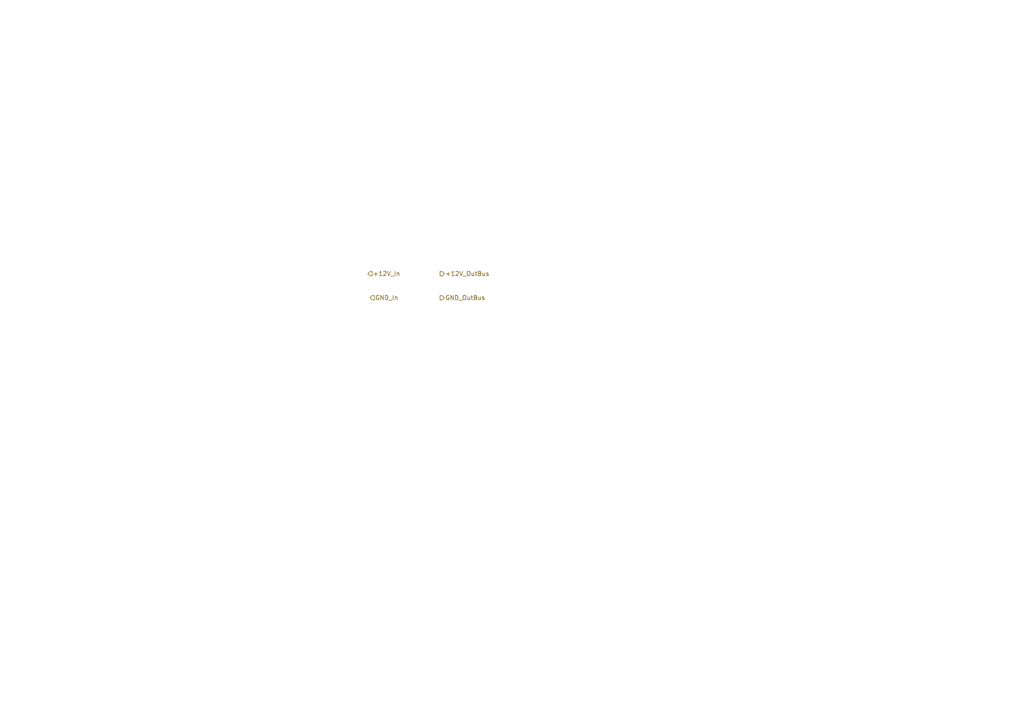
<source format=kicad_sch>
(kicad_sch
	(version 20250114)
	(generator "eeschema")
	(generator_version "9.0")
	(uuid "a7ffcdb5-11e3-44dd-8e79-9d6f396a13d9")
	(paper "A4")
	(lib_symbols)
	(hierarchical_label "+12V_OutBus"
		(shape output)
		(at 127.635 79.375 0)
		(effects
			(font
				(size 1.27 1.27)
			)
			(justify left)
		)
		(uuid "0eab09ba-decf-4555-a68d-55700b5c825c")
	)
	(hierarchical_label "GND_OutBus"
		(shape output)
		(at 127.635 86.36 0)
		(effects
			(font
				(size 1.27 1.27)
			)
			(justify left)
		)
		(uuid "1aa82ee4-da7c-4406-9d65-84fa2a2ab3e9")
	)
	(hierarchical_label "+12V_In"
		(shape input)
		(at 106.68 79.375 0)
		(effects
			(font
				(size 1.27 1.27)
			)
			(justify left)
		)
		(uuid "1cb431d6-385a-4093-aba6-ce0d2bb9b4f4")
	)
	(hierarchical_label "GND_In"
		(shape input)
		(at 107.315 86.36 0)
		(effects
			(font
				(size 1.27 1.27)
			)
			(justify left)
		)
		(uuid "81daa5ae-7b10-4193-ae51-38211a1cbaa9")
	)
)

</source>
